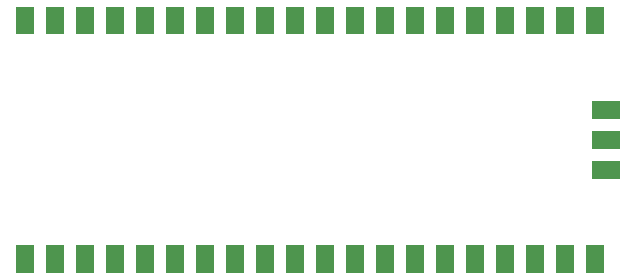
<source format=gtp>
G04 Layer: TopPasteMaskLayer*
G04 EasyEDA v6.5.39, 2024-02-04 18:14:06*
G04 e2768ddda3314ff98ce937aebec43eb4,5509f98a9368439c9cde498926e245b9,10*
G04 Gerber Generator version 0.2*
G04 Scale: 100 percent, Rotated: No, Reflected: No *
G04 Dimensions in inches *
G04 leading zeros omitted , absolute positions ,3 integer and 6 decimal *
%FSLAX36Y36*%
%MOIN*%

%ADD10R,0.0630X0.0630*%

%LPD*%
D10*
G01*
X325000Y761610D03*
G01*
X325000Y793310D03*
G01*
X225000Y761610D03*
G01*
X225000Y793310D03*
G01*
X2125000Y761610D03*
G01*
X2125000Y793310D03*
G01*
X425000Y761610D03*
G01*
X425000Y793310D03*
G01*
X525000Y761610D03*
G01*
X525000Y793310D03*
G01*
X625000Y761610D03*
G01*
X625000Y793310D03*
G01*
X725000Y761610D03*
G01*
X725000Y793310D03*
G01*
X825000Y761610D03*
G01*
X825000Y793310D03*
G01*
X925000Y761610D03*
G01*
X925000Y793310D03*
G01*
X1025000Y761610D03*
G01*
X1025000Y793310D03*
G01*
X1125000Y761610D03*
G01*
X1125000Y793310D03*
G01*
X1225000Y761610D03*
G01*
X1225000Y793310D03*
G01*
X1325000Y761610D03*
G01*
X1325000Y793310D03*
G01*
X1425000Y761610D03*
G01*
X1425000Y793310D03*
G01*
X1525000Y761610D03*
G01*
X1525000Y793310D03*
G01*
X1625000Y761610D03*
G01*
X1625000Y793310D03*
G01*
X1725000Y761610D03*
G01*
X1725000Y793310D03*
G01*
X1825000Y761610D03*
G01*
X1825000Y793310D03*
G01*
X1925000Y761610D03*
G01*
X1925000Y793310D03*
G01*
X2025000Y761610D03*
G01*
X2025000Y793310D03*
G01*
X2025000Y1588389D03*
G01*
X1925000Y1588389D03*
G01*
X1825000Y1588389D03*
G01*
X1725000Y1588389D03*
G01*
X1625000Y1588389D03*
G01*
X1525000Y1588389D03*
G01*
X1425000Y1588389D03*
G01*
X1325000Y1588389D03*
G01*
X1225000Y1588389D03*
G01*
X1125000Y1588389D03*
G01*
X1025000Y1588389D03*
G01*
X925000Y1588389D03*
G01*
X825000Y1588389D03*
G01*
X725000Y1588389D03*
G01*
X625000Y1588389D03*
G01*
X525000Y1588389D03*
G01*
X425000Y1588389D03*
G01*
X2125000Y1588389D03*
G01*
X225000Y1588389D03*
G01*
X325000Y1588389D03*
G01*
X2025000Y1556689D03*
G01*
X1925000Y1556689D03*
G01*
X1825000Y1556689D03*
G01*
X1725000Y1556689D03*
G01*
X1625000Y1556689D03*
G01*
X1525000Y1556689D03*
G01*
X1425000Y1556689D03*
G01*
X1325000Y1556689D03*
G01*
X1225000Y1556689D03*
G01*
X1125000Y1556689D03*
G01*
X1025000Y1556689D03*
G01*
X925000Y1556689D03*
G01*
X825000Y1556689D03*
G01*
X725000Y1556689D03*
G01*
X625000Y1556689D03*
G01*
X525000Y1556689D03*
G01*
X425000Y1556689D03*
G01*
X2125000Y1556689D03*
G01*
X225000Y1556689D03*
G01*
X325000Y1556689D03*
G01*
X2147240Y1175000D03*
G01*
X2178940Y1175000D03*
G01*
X2178940Y1075000D03*
G01*
X2147240Y1075000D03*
G01*
X2147240Y1275000D03*
G01*
X2178940Y1275000D03*
M02*

</source>
